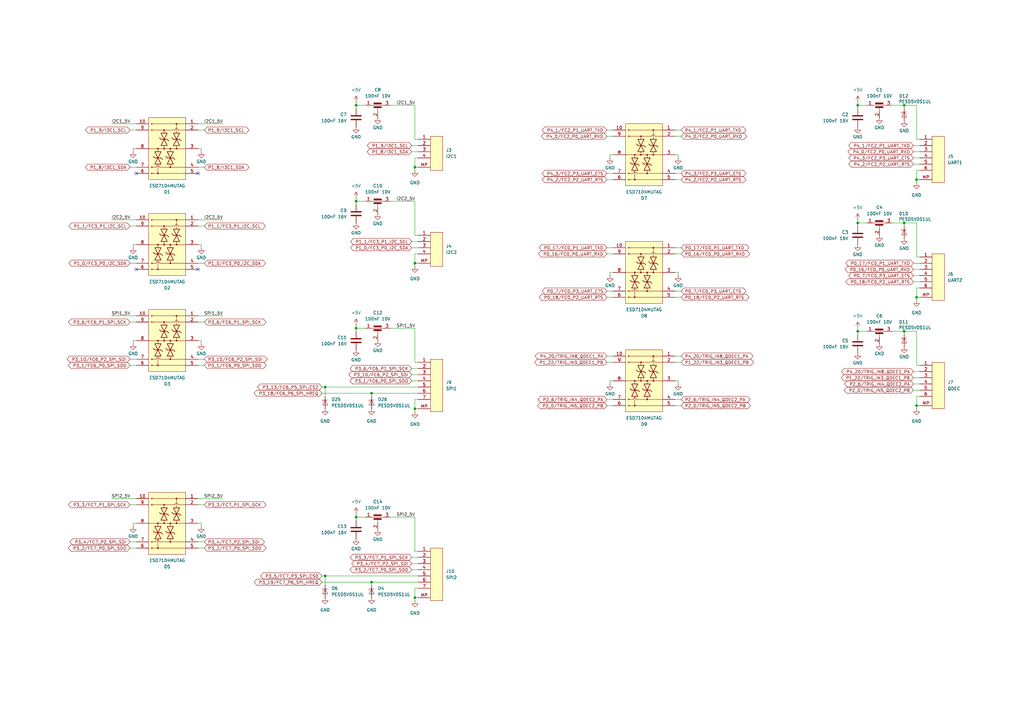
<source format=kicad_sch>
(kicad_sch (version 20250114) (generator "eeschema") (generator_version "9.0")
  (paper "A3")
  (title_block (title "MR-MCXN-T1-IO") (date "2025-10-13") (rev "X0") (company "NXP SEMICONDUCTORS B.V.") (comment 3 "DESIGNER: YOURI TILS") (comment 4 "CTO SYSTEM INNOVATIONS / MOBILE ROBOTICS DOMAIN"))
  (junction (at 351.79 91.44))
  (junction (at 375.92 166.37))
  (junction (at 146.05 43.18))
  (junction (at 370.84 135.89))
  (junction (at 370.84 91.44))
  (junction (at 370.84 43.18))
  (junction (at 170.18 167.64))
  (junction (at 351.79 135.89))
  (junction (at 170.18 245.11))
  (junction (at 170.18 107.95))
  (junction (at 146.05 212.09))
  (junction (at 351.79 43.18))
  (junction (at 375.92 73.66))
  (junction (at 152.4 238.76))
  (junction (at 133.35 158.75))
  (junction (at 170.18 68.58))
  (junction (at 146.05 82.55))
  (junction (at 146.05 134.62))
  (junction (at 152.4 161.29))
  (junction (at 375.92 121.92))
  (junction (at 133.35 236.22))
  (no_connect (at 55.88 110.49))
  (no_connect (at 81.28 110.49))
  (no_connect (at 55.88 71.12))
  (no_connect (at 81.28 71.12))
  (wire (pts (xy 146.05 81.28) (xy 146.05 82.55)))
  (wire (pts (xy 351.79 91.44) (xy 355.6 91.44)))
  (wire (pts (xy 83.82 147.32) (xy 81.28 147.32)))
  (wire (pts (xy 82.55 214.63) (xy 81.28 214.63)))
  (wire (pts (xy 375.92 167.64) (xy 375.92 166.37)))
  (wire (pts (xy 351.79 41.91) (xy 351.79 43.18)))
  (wire (pts (xy 375.92 74.93) (xy 375.92 73.66)))
  (wire (pts (xy 170.18 57.15) (xy 171.45 57.15)))
  (wire (pts (xy 170.18 69.85) (xy 170.18 68.58)))
  (wire (pts (xy 168.91 151.13) (xy 171.45 151.13)))
  (wire (pts (xy 278.13 156.21) (xy 278.13 157.48)))
  (wire (pts (xy 170.18 241.3) (xy 171.45 241.3)))
  (wire (pts (xy 170.18 68.58) (xy 171.45 68.58)))
  (wire (pts (xy 374.65 110.49) (xy 377.19 110.49)))
  (wire (pts (xy 81.28 50.8) (xy 91.44 50.8)))
  (wire (pts (xy 370.84 91.44) (xy 370.84 92.71)))
  (wire (pts (xy 81.28 204.47) (xy 91.44 204.47)))
  (wire (pts (xy 248.92 53.34) (xy 251.46 53.34)))
  (wire (pts (xy 365.76 91.44) (xy 370.84 91.44)))
  (wire (pts (xy 351.79 135.89) (xy 355.6 135.89)))
  (wire (pts (xy 375.92 118.11) (xy 377.19 118.11)))
  (wire (pts (xy 250.19 156.21) (xy 251.46 156.21)))
  (wire (pts (xy 53.34 224.79) (xy 55.88 224.79)))
  (wire (pts (xy 53.34 107.95) (xy 55.88 107.95)))
  (wire (pts (xy 132.08 158.75) (xy 133.35 158.75)))
  (wire (pts (xy 170.18 96.52) (xy 170.18 82.55)))
  (wire (pts (xy 133.35 236.22) (xy 171.45 236.22)))
  (wire (pts (xy 168.91 228.6) (xy 171.45 228.6)))
  (wire (pts (xy 146.05 82.55) (xy 146.05 83.82)))
  (wire (pts (xy 279.4 101.6) (xy 276.86 101.6)))
  (wire (pts (xy 370.84 135.89) (xy 370.84 137.16)))
  (wire (pts (xy 365.76 135.89) (xy 370.84 135.89)))
  (wire (pts (xy 250.19 111.76) (xy 251.46 111.76)))
  (wire (pts (xy 248.92 148.59) (xy 251.46 148.59)))
  (wire (pts (xy 146.05 43.18) (xy 146.05 44.45)))
  (wire (pts (xy 54.61 100.33) (xy 55.88 100.33)))
  (wire (pts (xy 375.92 69.85) (xy 377.19 69.85)))
  (wire (pts (xy 279.4 121.92) (xy 276.86 121.92)))
  (wire (pts (xy 132.08 161.29) (xy 152.4 161.29)))
  (wire (pts (xy 374.65 115.57) (xy 377.19 115.57)))
  (wire (pts (xy 168.91 231.14) (xy 171.45 231.14)))
  (wire (pts (xy 83.82 132.08) (xy 81.28 132.08)))
  (wire (pts (xy 351.79 90.17) (xy 351.79 91.44)))
  (wire (pts (xy 83.82 53.34) (xy 81.28 53.34)))
  (wire (pts (xy 279.4 146.05) (xy 276.86 146.05)))
  (wire (pts (xy 170.18 109.22) (xy 170.18 107.95)))
  (wire (pts (xy 53.34 207.01) (xy 55.88 207.01)))
  (wire (pts (xy 375.92 57.15) (xy 377.19 57.15)))
  (wire (pts (xy 250.19 63.5) (xy 250.19 64.77)))
  (wire (pts (xy 279.4 53.34) (xy 276.86 53.34)))
  (wire (pts (xy 279.4 55.88) (xy 276.86 55.88)))
  (wire (pts (xy 170.18 104.14) (xy 170.18 107.95)))
  (wire (pts (xy 278.13 111.76) (xy 276.86 111.76)))
  (wire (pts (xy 351.79 91.44) (xy 351.79 92.71)))
  (wire (pts (xy 82.55 100.33) (xy 82.55 101.6)))
  (wire (pts (xy 375.92 105.41) (xy 375.92 91.44)))
  (wire (pts (xy 82.55 100.33) (xy 81.28 100.33)))
  (wire (pts (xy 146.05 212.09) (xy 149.86 212.09)))
  (wire (pts (xy 133.35 240.03) (xy 133.35 236.22)))
  (wire (pts (xy 279.4 166.37) (xy 276.86 166.37)))
  (wire (pts (xy 132.08 236.22) (xy 133.35 236.22)))
  (wire (pts (xy 83.82 207.01) (xy 81.28 207.01)))
  (wire (pts (xy 133.35 158.75) (xy 133.35 162.56)))
  (wire (pts (xy 279.4 104.14) (xy 276.86 104.14)))
  (wire (pts (xy 82.55 60.96) (xy 82.55 62.23)))
  (wire (pts (xy 133.35 158.75) (xy 171.45 158.75)))
  (wire (pts (xy 250.19 63.5) (xy 251.46 63.5)))
  (wire (pts (xy 170.18 163.83) (xy 170.18 167.64)))
  (wire (pts (xy 168.91 153.67) (xy 171.45 153.67)))
  (wire (pts (xy 351.79 135.89) (xy 351.79 137.16)))
  (wire (pts (xy 374.65 113.03) (xy 377.19 113.03)))
  (wire (pts (xy 248.92 119.38) (xy 251.46 119.38)))
  (wire (pts (xy 171.45 59.69) (xy 168.91 59.69)))
  (wire (pts (xy 83.82 149.86) (xy 81.28 149.86)))
  (wire (pts (xy 160.02 134.62) (xy 170.18 134.62)))
  (wire (pts (xy 365.76 43.18) (xy 370.84 43.18)))
  (wire (pts (xy 170.18 148.59) (xy 171.45 148.59)))
  (wire (pts (xy 374.65 64.77) (xy 377.19 64.77)))
  (wire (pts (xy 170.18 57.15) (xy 170.18 43.18)))
  (wire (pts (xy 248.92 166.37) (xy 251.46 166.37)))
  (wire (pts (xy 374.65 59.69) (xy 377.19 59.69)))
  (wire (pts (xy 168.91 233.68) (xy 171.45 233.68)))
  (wire (pts (xy 374.65 107.95) (xy 377.19 107.95)))
  (wire (pts (xy 82.55 214.63) (xy 82.55 215.9)))
  (wire (pts (xy 351.79 134.62) (xy 351.79 135.89)))
  (wire (pts (xy 171.45 64.77) (xy 170.18 64.77)))
  (wire (pts (xy 81.28 129.54) (xy 91.44 129.54)))
  (wire (pts (xy 351.79 43.18) (xy 355.6 43.18)))
  (wire (pts (xy 83.82 92.71) (xy 81.28 92.71)))
  (wire (pts (xy 45.72 50.8) (xy 55.88 50.8)))
  (wire (pts (xy 279.4 119.38) (xy 276.86 119.38)))
  (wire (pts (xy 152.4 238.76) (xy 171.45 238.76)))
  (wire (pts (xy 375.92 121.92) (xy 377.19 121.92)))
  (wire (pts (xy 375.92 73.66) (xy 375.92 69.85)))
  (wire (pts (xy 248.92 71.12) (xy 251.46 71.12)))
  (wire (pts (xy 168.91 101.6) (xy 171.45 101.6)))
  (wire (pts (xy 370.84 91.44) (xy 375.92 91.44)))
  (wire (pts (xy 279.4 148.59) (xy 276.86 148.59)))
  (wire (pts (xy 82.55 139.7) (xy 82.55 140.97)))
  (wire (pts (xy 250.19 156.21) (xy 250.19 157.48)))
  (wire (pts (xy 375.92 166.37) (xy 377.19 166.37)))
  (wire (pts (xy 54.61 214.63) (xy 55.88 214.63)))
  (wire (pts (xy 248.92 163.83) (xy 251.46 163.83)))
  (wire (pts (xy 45.72 90.17) (xy 55.88 90.17)))
  (wire (pts (xy 375.92 149.86) (xy 375.92 135.89)))
  (wire (pts (xy 374.65 160.02) (xy 377.19 160.02)))
  (wire (pts (xy 351.79 43.18) (xy 351.79 44.45)))
  (wire (pts (xy 278.13 156.21) (xy 276.86 156.21)))
  (wire (pts (xy 53.34 149.86) (xy 55.88 149.86)))
  (wire (pts (xy 278.13 111.76) (xy 278.13 113.03)))
  (wire (pts (xy 81.28 107.95) (xy 83.82 107.95)))
  (wire (pts (xy 279.4 71.12) (xy 276.86 71.12)))
  (wire (pts (xy 375.92 105.41) (xy 377.19 105.41)))
  (wire (pts (xy 132.08 238.76) (xy 152.4 238.76)))
  (wire (pts (xy 278.13 63.5) (xy 278.13 64.77)))
  (wire (pts (xy 248.92 121.92) (xy 251.46 121.92)))
  (wire (pts (xy 53.34 92.71) (xy 55.88 92.71)))
  (wire (pts (xy 278.13 63.5) (xy 276.86 63.5)))
  (wire (pts (xy 170.18 226.06) (xy 170.18 212.09)))
  (wire (pts (xy 170.18 148.59) (xy 170.18 134.62)))
  (wire (pts (xy 146.05 43.18) (xy 149.86 43.18)))
  (wire (pts (xy 374.65 67.31) (xy 377.19 67.31)))
  (wire (pts (xy 248.92 55.88) (xy 251.46 55.88)))
  (wire (pts (xy 170.18 167.64) (xy 171.45 167.64)))
  (wire (pts (xy 81.28 90.17) (xy 91.44 90.17)))
  (wire (pts (xy 45.72 204.47) (xy 55.88 204.47)))
  (wire (pts (xy 53.34 132.08) (xy 55.88 132.08)))
  (wire (pts (xy 53.34 68.58) (xy 55.88 68.58)))
  (wire (pts (xy 152.4 161.29) (xy 152.4 162.56)))
  (wire (pts (xy 170.18 163.83) (xy 171.45 163.83)))
  (wire (pts (xy 53.34 147.32) (xy 55.88 147.32)))
  (wire (pts (xy 370.84 43.18) (xy 375.92 43.18)))
  (wire (pts (xy 375.92 121.92) (xy 375.92 118.11)))
  (wire (pts (xy 54.61 100.33) (xy 54.61 101.6)))
  (wire (pts (xy 248.92 101.6) (xy 251.46 101.6)))
  (wire (pts (xy 375.92 149.86) (xy 377.19 149.86)))
  (wire (pts (xy 374.65 152.4) (xy 377.19 152.4)))
  (wire (pts (xy 170.18 96.52) (xy 171.45 96.52)))
  (wire (pts (xy 370.84 135.89) (xy 375.92 135.89)))
  (wire (pts (xy 146.05 212.09) (xy 146.05 213.36)))
  (wire (pts (xy 279.4 163.83) (xy 276.86 163.83)))
  (wire (pts (xy 146.05 41.91) (xy 146.05 43.18)))
  (wire (pts (xy 374.65 154.94) (xy 377.19 154.94)))
  (wire (pts (xy 170.18 64.77) (xy 170.18 68.58)))
  (wire (pts (xy 54.61 60.96) (xy 54.61 62.23)))
  (wire (pts (xy 54.61 139.7) (xy 55.88 139.7)))
  (wire (pts (xy 374.65 157.48) (xy 377.19 157.48)))
  (wire (pts (xy 250.19 111.76) (xy 250.19 113.03)))
  (wire (pts (xy 279.4 73.66) (xy 276.86 73.66)))
  (wire (pts (xy 248.92 73.66) (xy 251.46 73.66)))
  (wire (pts (xy 146.05 82.55) (xy 149.86 82.55)))
  (wire (pts (xy 152.4 161.29) (xy 171.45 161.29)))
  (wire (pts (xy 82.55 139.7) (xy 81.28 139.7)))
  (wire (pts (xy 146.05 210.82) (xy 146.05 212.09)))
  (wire (pts (xy 170.18 107.95) (xy 171.45 107.95)))
  (wire (pts (xy 53.34 53.34) (xy 55.88 53.34)))
  (wire (pts (xy 45.72 129.54) (xy 55.88 129.54)))
  (wire (pts (xy 146.05 134.62) (xy 146.05 135.89)))
  (wire (pts (xy 54.61 139.7) (xy 54.61 140.97)))
  (wire (pts (xy 83.82 224.79) (xy 81.28 224.79)))
  (wire (pts (xy 375.92 123.19) (xy 375.92 121.92)))
  (wire (pts (xy 170.18 241.3) (xy 170.18 245.11)))
  (wire (pts (xy 170.18 245.11) (xy 171.45 245.11)))
  (wire (pts (xy 170.18 168.91) (xy 170.18 167.64)))
  (wire (pts (xy 160.02 43.18) (xy 170.18 43.18)))
  (wire (pts (xy 83.82 222.25) (xy 81.28 222.25)))
  (wire (pts (xy 370.84 43.18) (xy 370.84 44.45)))
  (wire (pts (xy 170.18 246.38) (xy 170.18 245.11)))
  (wire (pts (xy 146.05 134.62) (xy 149.86 134.62)))
  (wire (pts (xy 375.92 162.56) (xy 377.19 162.56)))
  (wire (pts (xy 171.45 104.14) (xy 170.18 104.14)))
  (wire (pts (xy 170.18 226.06) (xy 171.45 226.06)))
  (wire (pts (xy 54.61 60.96) (xy 55.88 60.96)))
  (wire (pts (xy 168.91 62.23) (xy 171.45 62.23)))
  (wire (pts (xy 82.55 60.96) (xy 81.28 60.96)))
  (wire (pts (xy 160.02 82.55) (xy 170.18 82.55)))
  (wire (pts (xy 168.91 99.06) (xy 171.45 99.06)))
  (wire (pts (xy 160.02 212.09) (xy 170.18 212.09)))
  (wire (pts (xy 152.4 238.76) (xy 152.4 240.03)))
  (wire (pts (xy 54.61 214.63) (xy 54.61 215.9)))
  (wire (pts (xy 81.28 68.58) (xy 83.82 68.58)))
  (wire (pts (xy 375.92 166.37) (xy 375.92 162.56)))
  (wire (pts (xy 248.92 146.05) (xy 251.46 146.05)))
  (wire (pts (xy 146.05 133.35) (xy 146.05 134.62)))
  (wire (pts (xy 248.92 104.14) (xy 251.46 104.14)))
  (wire (pts (xy 53.34 222.25) (xy 55.88 222.25)))
  (wire (pts (xy 375.92 73.66) (xy 377.19 73.66)))
  (wire (pts (xy 374.65 62.23) (xy 377.19 62.23)))
  (wire (pts (xy 168.91 156.21) (xy 171.45 156.21)))
  (wire (pts (xy 375.92 57.15) (xy 375.92 43.18)))
  (label "SPI2_5V" (at 45.72 204.47 0))
  (label "I2C2_5V" (at 91.44 90.17 180))
  (label "SPI2_5V" (at 91.44 204.47 180))
  (label "SPI2_5V" (at 162.56 212.09 0))
  (label "I2C1_5V" (at 91.44 50.8 180))
  (label "SPI1_5V" (at 162.56 134.62 0))
  (label "I2C1_5V" (at 45.72 50.8 0))
  (label "SPI1_5V" (at 45.72 129.54 0))
  (label "I2C2_5V" (at 45.72 90.17 0))
  (label "I2C2_5V" (at 162.56 82.55 0))
  (label "I2C1_5V" (at 162.56 43.18 0))
  (label "SPI1_5V" (at 91.44 129.54 180))
  (global_label "P2_6{slash}TRIG_IN4_QDEC2_PA" (shape bidirectional) (at 248.92 163.83 180) (property "Intersheetrefs" "${INTERSHEET_REFS}" (at 220.0888 163.83 0) (effects (justify right))))
  (global_label "P0_18{slash}FC0_P2_UART_RTS" (shape bidirectional) (at 374.65 115.57 180) (property "Intersheetrefs" "${INTERSHEET_REFS}" (at 346.3027 115.57 0) (effects (justify right))))
  (global_label "P1_1{slash}FC3_P1_I2C_SCL" (shape bidirectional) (at 168.91 99.06 180) (property "Intersheetrefs" "${INTERSHEET_REFS}" (at 143.2236 99.06 0) (effects (justify right))))
  (global_label "P0_7{slash}FC0_P3_UART_CTS" (shape bidirectional) (at 374.65 113.03 180) (property "Intersheetrefs" "${INTERSHEET_REFS}" (at 347.5122 113.03 0) (effects (justify right))))
  (global_label "P1_0{slash}FC3_P0_I2C_SDA" (shape bidirectional) (at 83.82 107.95 0) (property "Intersheetrefs" "${INTERSHEET_REFS}" (at 109.4459 107.95 0) (effects (justify left))))
  (global_label "P2_0{slash}TRIG_IN5_QDEC2_PB" (shape bidirectional) (at 374.65 160.02 180) (property "Intersheetrefs" "${INTERSHEET_REFS}" (at 345.6374 160.02 0) (effects (justify right))))
  (global_label "P4_0{slash}FC2_P0_UART_RXD" (shape bidirectional) (at 248.92 55.88 180) (property "Intersheetrefs" "${INTERSHEET_REFS}" (at 221.4798 55.88 0) (effects (justify right))))
  (global_label "P0_16{slash}FC0_P0_UART_RXD" (shape bidirectional) (at 374.65 110.49 180) (property "Intersheetrefs" "${INTERSHEET_REFS}" (at 346.0003 110.49 0) (effects (justify right))))
  (global_label "P1_9{slash}I3C1_SCL" (shape bidirectional) (at 83.82 53.34 0) (property "Intersheetrefs" "${INTERSHEET_REFS}" (at 102.7331 53.34 0) (effects (justify left))))
  (global_label "P1_0{slash}FC3_P0_I2C_SDA" (shape bidirectional) (at 168.91 101.6 180) (property "Intersheetrefs" "${INTERSHEET_REFS}" (at 143.2841 101.6 0) (effects (justify right))))
  (global_label "P3_3{slash}FC7_P1_SPI_SCK" (shape bidirectional) (at 168.91 228.6 180) (property "Intersheetrefs" "${INTERSHEET_REFS}" (at 143.0422 228.6 0) (effects (justify right))))
  (global_label "P4_3{slash}FC2_P3_UART_CTS" (shape bidirectional) (at 279.4 71.12 0) (property "Intersheetrefs" "${INTERSHEET_REFS}" (at 306.5378 71.12 0) (effects (justify left))))
  (global_label "P3_18{slash}FC6_P6_SPI_HREQ" (shape bidirectional) (at 132.08 161.29 180) (property "Intersheetrefs" "${INTERSHEET_REFS}" (at 103.6722 161.29 0) (effects (justify right))))
  (global_label "P1_9{slash}I3C1_SCL" (shape bidirectional) (at 168.91 59.69 180) (property "Intersheetrefs" "${INTERSHEET_REFS}" (at 149.9969 59.69 0) (effects (justify right))))
  (global_label "P0_7{slash}FC0_P3_UART_CTS" (shape bidirectional) (at 279.4 119.38 0) (property "Intersheetrefs" "${INTERSHEET_REFS}" (at 306.5378 119.38 0) (effects (justify left))))
  (global_label "P3_10{slash}FC6_P2_SPI_SDI" (shape bidirectional) (at 168.91 153.67 180) (property "Intersheetrefs" "${INTERSHEET_REFS}" (at 142.4979 153.67 0) (effects (justify right))))
  (global_label "P1_9{slash}I3C1_SCL" (shape bidirectional) (at 53.34 53.34 180) (property "Intersheetrefs" "${INTERSHEET_REFS}" (at 34.4269 53.34 0) (effects (justify right))))
  (global_label "P4_0{slash}FC2_P0_UART_RXD" (shape bidirectional) (at 279.4 55.88 0) (property "Intersheetrefs" "${INTERSHEET_REFS}" (at 306.8402 55.88 0) (effects (justify left))))
  (global_label "P1_22{slash}TRIG_IN3_QDEC1_PB" (shape bidirectional) (at 248.92 148.59 180) (property "Intersheetrefs" "${INTERSHEET_REFS}" (at 218.6979 148.59 0) (effects (justify right))))
  (global_label "P0_16{slash}FC0_P0_UART_RXD" (shape bidirectional) (at 248.92 104.14 180) (property "Intersheetrefs" "${INTERSHEET_REFS}" (at 220.2703 104.14 0) (effects (justify right))))
  (global_label "P1_22{slash}TRIG_IN3_QDEC1_PB" (shape bidirectional) (at 279.4 148.59 0) (property "Intersheetrefs" "${INTERSHEET_REFS}" (at 309.6221 148.59 0) (effects (justify left))))
  (global_label "P1_0{slash}FC3_P0_I2C_SDA" (shape bidirectional) (at 53.34 107.95 180) (property "Intersheetrefs" "${INTERSHEET_REFS}" (at 27.7141 107.95 0) (effects (justify right))))
  (global_label "P0_7{slash}FC0_P3_UART_CTS" (shape bidirectional) (at 248.92 119.38 180) (property "Intersheetrefs" "${INTERSHEET_REFS}" (at 221.7822 119.38 0) (effects (justify right))))
  (global_label "P4_2{slash}FC2_P2_UART_RTS" (shape bidirectional) (at 248.92 73.66 180) (property "Intersheetrefs" "${INTERSHEET_REFS}" (at 221.7822 73.66 0) (effects (justify right))))
  (global_label "P3_1{slash}FC6_P0_SPI_SDO" (shape bidirectional) (at 53.34 149.86 180) (property "Intersheetrefs" "${INTERSHEET_REFS}" (at 27.4117 149.86 0) (effects (justify right))))
  (global_label "P3_3{slash}FC7_P1_SPI_SCK" (shape bidirectional) (at 83.82 207.01 0) (property "Intersheetrefs" "${INTERSHEET_REFS}" (at 109.6878 207.01 0) (effects (justify left))))
  (global_label "P3_13{slash}FC6_P5_SPI_CS2" (shape bidirectional) (at 132.08 158.75 180) (property "Intersheetrefs" "${INTERSHEET_REFS}" (at 105.0632 158.75 0) (effects (justify right))))
  (global_label "P3_2{slash}FC7_P0_SPI_SDO" (shape bidirectional) (at 53.34 224.79 180) (property "Intersheetrefs" "${INTERSHEET_REFS}" (at 27.4117 224.79 0) (effects (justify right))))
  (global_label "P3_1{slash}FC6_P0_SPI_SDO" (shape bidirectional) (at 168.91 156.21 180) (property "Intersheetrefs" "${INTERSHEET_REFS}" (at 142.9817 156.21 0) (effects (justify right))))
  (global_label "P2_0{slash}TRIG_IN5_QDEC2_PB" (shape bidirectional) (at 248.92 166.37 180) (property "Intersheetrefs" "${INTERSHEET_REFS}" (at 219.9074 166.37 0) (effects (justify right))))
  (global_label "P1_1{slash}FC3_P1_I2C_SCL" (shape bidirectional) (at 53.34 92.71 180) (property "Intersheetrefs" "${INTERSHEET_REFS}" (at 27.6536 92.71 0) (effects (justify right))))
  (global_label "P3_6{slash}FC6_P1_SPI_SCK" (shape bidirectional) (at 83.82 132.08 0) (property "Intersheetrefs" "${INTERSHEET_REFS}" (at 109.6878 132.08 0) (effects (justify left))))
  (global_label "P0_16{slash}FC0_P0_UART_RXD" (shape bidirectional) (at 279.4 104.14 0) (property "Intersheetrefs" "${INTERSHEET_REFS}" (at 308.0497 104.14 0) (effects (justify left))))
  (global_label "P0_17{slash}FC0_P1_UART_TXD" (shape bidirectional) (at 279.4 101.6 0) (property "Intersheetrefs" "${INTERSHEET_REFS}" (at 307.7473 101.6 0) (effects (justify left))))
  (global_label "P3_3{slash}FC7_P1_SPI_SCK" (shape bidirectional) (at 53.34 207.01 180) (property "Intersheetrefs" "${INTERSHEET_REFS}" (at 27.4722 207.01 0) (effects (justify right))))
  (global_label "P4_1{slash}FC2_P1_UART_TXD" (shape bidirectional) (at 374.65 59.69 180) (property "Intersheetrefs" "${INTERSHEET_REFS}" (at 347.5122 59.69 0) (effects (justify right))))
  (global_label "P3_6{slash}FC6_P1_SPI_SCK" (shape bidirectional) (at 53.34 132.08 180) (property "Intersheetrefs" "${INTERSHEET_REFS}" (at 27.4722 132.08 0) (effects (justify right))))
  (global_label "P4_3{slash}FC2_P3_UART_CTS" (shape bidirectional) (at 374.65 64.77 180) (property "Intersheetrefs" "${INTERSHEET_REFS}" (at 347.5122 64.77 0) (effects (justify right))))
  (global_label "P3_19{slash}FC7_P6_SPI_HREQ" (shape bidirectional) (at 132.08 238.76 180) (property "Intersheetrefs" "${INTERSHEET_REFS}" (at 103.6722 238.76 0) (effects (justify right))))
  (global_label "P4_3{slash}FC2_P3_UART_CTS" (shape bidirectional) (at 248.92 71.12 180) (property "Intersheetrefs" "${INTERSHEET_REFS}" (at 221.7822 71.12 0) (effects (justify right))))
  (global_label "P3_2{slash}FC7_P0_SPI_SDO" (shape bidirectional) (at 83.82 224.79 0) (property "Intersheetrefs" "${INTERSHEET_REFS}" (at 109.7483 224.79 0) (effects (justify left))))
  (global_label "P4_2{slash}FC2_P2_UART_RTS" (shape bidirectional) (at 279.4 73.66 0) (property "Intersheetrefs" "${INTERSHEET_REFS}" (at 306.5378 73.66 0) (effects (justify left))))
  (global_label "P4_20{slash}TRIG_IN8_QDEC1_PA" (shape bidirectional) (at 248.92 146.05 180) (property "Intersheetrefs" "${INTERSHEET_REFS}" (at 218.8793 146.05 0) (effects (justify right))))
  (global_label "P4_2{slash}FC2_P2_UART_RTS" (shape bidirectional) (at 374.65 67.31 180) (property "Intersheetrefs" "${INTERSHEET_REFS}" (at 347.5122 67.31 0) (effects (justify right))))
  (global_label "P2_6{slash}TRIG_IN4_QDEC2_PA" (shape bidirectional) (at 279.4 163.83 0) (property "Intersheetrefs" "${INTERSHEET_REFS}" (at 308.2312 163.83 0) (effects (justify left))))
  (global_label "P3_2{slash}FC7_P0_SPI_SDO" (shape bidirectional) (at 168.91 233.68 180) (property "Intersheetrefs" "${INTERSHEET_REFS}" (at 142.9817 233.68 0) (effects (justify right))))
  (global_label "P3_4{slash}FC7_P2_SPI_SDI" (shape bidirectional) (at 83.82 222.25 0) (property "Intersheetrefs" "${INTERSHEET_REFS}" (at 109.0226 222.25 0) (effects (justify left))))
  (global_label "P1_8{slash}I3C1_SDA" (shape bidirectional) (at 83.82 68.58 0) (property "Intersheetrefs" "${INTERSHEET_REFS}" (at 102.6726 68.58 0) (effects (justify left))))
  (global_label "P0_18{slash}FC0_P2_UART_RTS" (shape bidirectional) (at 279.4 121.92 0) (property "Intersheetrefs" "${INTERSHEET_REFS}" (at 307.7473 121.92 0) (effects (justify left))))
  (global_label "P1_22{slash}TRIG_IN3_QDEC1_PB" (shape bidirectional) (at 374.65 154.94 180) (property "Intersheetrefs" "${INTERSHEET_REFS}" (at 344.4279 154.94 0) (effects (justify right))))
  (global_label "P4_0{slash}FC2_P0_UART_RXD" (shape bidirectional) (at 374.65 62.23 180) (property "Intersheetrefs" "${INTERSHEET_REFS}" (at 347.2098 62.23 0) (effects (justify right))))
  (global_label "P1_8{slash}I3C1_SDA" (shape bidirectional) (at 53.34 68.58 180) (property "Intersheetrefs" "${INTERSHEET_REFS}" (at 34.4874 68.58 0) (effects (justify right))))
  (global_label "P4_1{slash}FC2_P1_UART_TXD" (shape bidirectional) (at 248.92 53.34 180) (property "Intersheetrefs" "${INTERSHEET_REFS}" (at 221.7822 53.34 0) (effects (justify right))))
  (global_label "P3_4{slash}FC7_P2_SPI_SDI" (shape bidirectional) (at 53.34 222.25 180) (property "Intersheetrefs" "${INTERSHEET_REFS}" (at 28.1374 222.25 0) (effects (justify right))))
  (global_label "P4_1{slash}FC2_P1_UART_TXD" (shape bidirectional) (at 279.4 53.34 0) (property "Intersheetrefs" "${INTERSHEET_REFS}" (at 306.5378 53.34 0) (effects (justify left))))
  (global_label "P0_17{slash}FC0_P1_UART_TXD" (shape bidirectional) (at 374.65 107.95 180) (property "Intersheetrefs" "${INTERSHEET_REFS}" (at 346.3027 107.95 0) (effects (justify right))))
  (global_label "P4_20{slash}TRIG_IN8_QDEC1_PA" (shape bidirectional) (at 279.4 146.05 0) (property "Intersheetrefs" "${INTERSHEET_REFS}" (at 309.4407 146.05 0) (effects (justify left))))
  (global_label "P2_0{slash}TRIG_IN5_QDEC2_PB" (shape bidirectional) (at 279.4 166.37 0) (property "Intersheetrefs" "${INTERSHEET_REFS}" (at 308.4126 166.37 0) (effects (justify left))))
  (global_label "P1_1{slash}FC3_P1_I2C_SCL" (shape bidirectional) (at 83.82 92.71 0) (property "Intersheetrefs" "${INTERSHEET_REFS}" (at 109.5064 92.71 0) (effects (justify left))))
  (global_label "P2_6{slash}TRIG_IN4_QDEC2_PA" (shape bidirectional) (at 374.65 157.48 180) (property "Intersheetrefs" "${INTERSHEET_REFS}" (at 345.8188 157.48 0) (effects (justify right))))
  (global_label "P4_20{slash}TRIG_IN8_QDEC1_PA" (shape bidirectional) (at 374.65 152.4 180) (property "Intersheetrefs" "${INTERSHEET_REFS}" (at 344.6093 152.4 0) (effects (justify right))))
  (global_label "P0_18{slash}FC0_P2_UART_RTS" (shape bidirectional) (at 248.92 121.92 180) (property "Intersheetrefs" "${INTERSHEET_REFS}" (at 220.5727 121.92 0) (effects (justify right))))
  (global_label "P1_8{slash}I3C1_SDA" (shape bidirectional) (at 168.91 62.23 180) (property "Intersheetrefs" "${INTERSHEET_REFS}" (at 150.0574 62.23 0) (effects (justify right))))
  (global_label "P0_17{slash}FC0_P1_UART_TXD" (shape bidirectional) (at 248.92 101.6 180) (property "Intersheetrefs" "${INTERSHEET_REFS}" (at 220.5727 101.6 0) (effects (justify right))))
  (global_label "P3_10{slash}FC6_P2_SPI_SDI" (shape bidirectional) (at 83.82 147.32 0) (property "Intersheetrefs" "${INTERSHEET_REFS}" (at 110.2321 147.32 0) (effects (justify left))))
  (global_label "P3_10{slash}FC6_P2_SPI_SDI" (shape bidirectional) (at 53.34 147.32 180) (property "Intersheetrefs" "${INTERSHEET_REFS}" (at 26.9279 147.32 0) (effects (justify right))))
  (global_label "P3_1{slash}FC6_P0_SPI_SDO" (shape bidirectional) (at 83.82 149.86 0) (property "Intersheetrefs" "${INTERSHEET_REFS}" (at 109.7483 149.86 0) (effects (justify left))))
  (global_label "P3_4{slash}FC7_P2_SPI_SDI" (shape bidirectional) (at 168.91 231.14 180) (property "Intersheetrefs" "${INTERSHEET_REFS}" (at 143.7074 231.14 0) (effects (justify right))))
  (global_label "P3_6{slash}FC6_P1_SPI_SCK" (shape bidirectional) (at 168.91 151.13 180) (property "Intersheetrefs" "${INTERSHEET_REFS}" (at 143.0422 151.13 0) (effects (justify right))))
  (global_label "P3_5{slash}FC7_P3_SPI_CS0" (shape bidirectional) (at 132.08 236.22 180) (property "Intersheetrefs" "${INTERSHEET_REFS}" (at 106.2727 236.22 0) (effects (justify right))))
  (symbol (lib_id "power:GND") (at 54.61 62.23 0) (mirror y) (unit 1)
    (property "Reference" "#PWR047" (effects (hide yes)))
    (property "Value" "GND" (at 54.61 66.294 0))
    (property "Description" "Power symbol creates a global label with name \"GND\" , ground" (effects (hide yes)))
  )
  (symbol (lib_name "ESD7104MUTAG_1") (lib_id "TVS:ESD7104MUTAG") (at 55.88 110.49 0) (mirror x) (unit 1)
    (property "Reference" "D2" (at 68.58 118.11 0))
    (property "Value" "ESD7104MUTAG" (at 68.58 115.57 0))
    (property "Footprint" "TVS:ESD8104MUTAG" (effects (hide yes)))
    (property "Datasheet" "https://www.onsemi.com/pub/Collateral/ESD7104-D.PDF" (effects (hide yes)))
    (property "Description" "SZESD7104MTWTAG Wettable Flank Package; Low ESD Clamping Voltage; SZ Prefix for Automotive and Other Applications Requiring Unique Site and Control Change Requirements; AECQ101 Qualified and PPAP Capable; These Devices are PbFree, Halogen Free/BFR Free and are RoHS Compliant; Low Capacitance (0.3 pF Typical, I/O to GND); IEC6100042 (ESD): Level 4" (effects (hide yes)))
    (property "MF" "onsemi" (effects (hide yes)))
    (property "MFPN" "ESD7104MUTAG" (effects (hide yes)))
    (property "DigiKey" "ESD7104MUTAGOSCT-ND" (effects (hide yes)))
  )
  (symbol (lib_id "power:GND") (at 54.61 140.97 0) (mirror y) (unit 1)
    (property "Reference" "#PWR060" (effects (hide yes)))
    (property "Value" "GND" (at 54.61 145.034 0))
    (property "Description" "Power symbol creates a global label with name \"GND\" , ground" (effects (hide yes)))
  )
  (symbol (lib_id "Capacitors:NFM15PC104R1A3D") (at 149.86 43.18 0) (unit 1)
    (property "Reference" "C8" (at 154.94 36.83 0))
    (property "Value" "100nF 10V" (at 154.94 39.37 0))
    (property "Footprint" "Capacitors:FIL_NFM15PC104R1A3D" (effects (hide yes)))
    (property "Datasheet" "https://search.murata.co.jp/Ceramy/image/img/A01X/G101/ENG/NFM15PC104R1A3-01.pdf" (effects (hide yes)))
    (property "Description" "0.1 µF Feed Through Capacitor 10V 2 A 30mOhm 0402 (1005 Metric), 3 PC Pad" (effects (hide yes)))
    (property "MF" "Murata Electronics" (effects (hide yes)))
    (property "MFPN" "NFM15PC104R1A3D" (effects (hide yes)))
    (property "DigiKey" "490-17918-1-ND" (effects (hide yes)))
  )
  (symbol (lib_id "power:GND") (at 152.4 167.64 0) (mirror y) (unit 1)
    (property "Reference" "#PWR071" (effects (hide yes)))
    (property "Value" "GND" (at 152.4 172.72 0))
    (property "Description" "Power symbol creates a global label with name \"GND\" , ground" (effects (hide yes)))
  )
  (symbol (lib_id "power:GND") (at 351.79 144.78 0) (mirror y) (unit 1)
    (property "Reference" "#PWR0113" (effects (hide yes)))
    (property "Value" "GND" (at 351.79 148.844 0))
    (property "Description" "Power symbol creates a global label with name \"GND\" , ground" (effects (hide yes)))
  )
  (symbol (lib_id "power:GND") (at 133.35 167.64 0) (mirror y) (unit 1)
    (property "Reference" "#PWR070" (effects (hide yes)))
    (property "Value" "GND" (at 133.35 172.72 0))
    (property "Description" "Power symbol creates a global label with name \"GND\" , ground" (effects (hide yes)))
  )
  (symbol (lib_id "Connectors:JST_GH_SM06B-GHS-TB") (at 377.19 57.15 0) (unit 1)
    (property "Reference" "J5" (at 388.62 64.1349 0) (effects (justify left)))
    (property "Value" "UART1" (at 388.62 66.6749 0) (effects (justify left)))
    (property "Footprint" "Connector_JST:JST_GH_BM06B-GHS-TBT_1x06-1MP_P1.25mm_Vertical" (effects (hide yes)))
    (property "Datasheet" "https://www.jst-mfg.com/product/pdf/eng/eGH.pdf" (effects (hide yes)))
    (property "Description" "Connector Header Surface Mount, Right Angle 6 position 0.049\" (1.25mm)" (effects (hide yes)))
    (property "MF" "JST Sales America Inc." (effects (hide yes)))
    (property "MFPN" "BM06B-GHS-TBT" (effects (hide yes)))
    (property "DigiKey" "455-BM06B-GHS-TBTCT-ND" (effects (hide yes)))
  )
  (symbol (lib_id "TVS:PESD5V0S1UL") (at 133.35 240.03 270) (unit 1)
    (property "Reference" "D6" (at 135.89 241.2999 90) (effects (justify left)))
    (property "Value" "PESD5V0S1UL" (at 135.89 243.8399 90) (effects (justify left)))
    (property "Footprint" "TVS:PESD5V0S1ULD315" (effects (hide yes)))
    (property "Datasheet" "https://assets.nexperia.com/documents/data-sheet/PESD5V0S1UL.pdf" (effects (hide yes)))
    (property "Description" "TVS DIODE 5VWM 20VC DFN1006-2" (effects (hide yes)))
    (property "MF" "Nexperia USA Inc." (effects (hide yes)))
    (property "MFPN" "PESD5V0S1UL,315" (effects (hide yes)))
    (property "DigiKey" "1727-4189-1-ND" (effects (hide yes)))
  )
  (symbol (lib_name "ESD7104MUTAG_8") (lib_id "TVS:ESD7104MUTAG") (at 251.46 166.37 0) (mirror x) (unit 1)
    (property "Reference" "D9" (at 264.16 173.99 0))
    (property "Value" "ESD7104MUTAG" (at 264.16 171.45 0))
    (property "Footprint" "TVS:ESD8104MUTAG" (effects (hide yes)))
    (property "Datasheet" "https://www.onsemi.com/pub/Collateral/ESD7104-D.PDF" (effects (hide yes)))
    (property "Description" "SZESD7104MTWTAG Wettable Flank Package; Low ESD Clamping Voltage; SZ Prefix for Automotive and Other Applications Requiring Unique Site and Control Change Requirements; AECQ101 Qualified and PPAP Capable; These Devices are PbFree, Halogen Free/BFR Free and are RoHS Compliant; Low Capacitance (0.3 pF Typical, I/O to GND); IEC6100042 (ESD): Level 4" (effects (hide yes)))
    (property "MF" "onsemi" (effects (hide yes)))
    (property "MFPN" "ESD7104MUTAG" (effects (hide yes)))
    (property "DigiKey" "ESD7104MUTAGOSCT-ND" (effects (hide yes)))
  )
  (symbol (lib_id "power:GND") (at 154.94 217.17 0) (mirror y) (unit 1)
    (property "Reference" "#PWR0126" (effects (hide yes)))
    (property "Value" "GND" (at 154.94 221.234 0))
    (property "Description" "Power symbol creates a global label with name \"GND\" , ground" (effects (hide yes)))
  )
  (symbol (lib_id "Capacitors:GRM155R71C104KA88J") (at 351.79 96.52 0) (mirror y) (unit 1)
    (property "Reference" "C3" (at 347.98 95.2499 0) (effects (justify left)))
    (property "Value" "100nF 16V" (at 347.98 97.7899 0) (effects (justify left)))
    (property "Footprint" "Capacitor_SMD:C_0402_1005Metric" (effects (hide yes)))
    (property "Datasheet" "https://search.murata.co.jp/Ceramy/image/img/A01X/G101/ENG/GRM155R71C104KA88-01.pdf" (effects (hide yes)))
    (property "Description" "CAP CER 0.1UF 16V X7R 0402" (effects (hide yes)))
    (property "MF" "Murata Electronics" (effects (hide yes)))
    (property "MFPN" "GRM155R71C104KA88J" (effects (hide yes)))
    (property "DigiKey" "490-6328-1-ND" (effects (hide yes)))
  )
  (symbol (lib_id "Capacitors:GRM155R71C104KA88J") (at 146.05 48.26 0) (mirror y) (unit 1)
    (property "Reference" "C7" (at 142.24 46.9899 0) (effects (justify left)))
    (property "Value" "100nF 16V" (at 142.24 49.5299 0) (effects (justify left)))
    (property "Footprint" "Capacitor_SMD:C_0402_1005Metric" (effects (hide yes)))
    (property "Datasheet" "https://search.murata.co.jp/Ceramy/image/img/A01X/G101/ENG/GRM155R71C104KA88-01.pdf" (effects (hide yes)))
    (property "Description" "CAP CER 0.1UF 16V X7R 0402" (effects (hide yes)))
    (property "MF" "Murata Electronics" (effects (hide yes)))
    (property "MFPN" "GRM155R71C104KA88J" (effects (hide yes)))
    (property "DigiKey" "490-6328-1-ND" (effects (hide yes)))
  )
  (symbol (lib_id "power:GND") (at 170.18 168.91 0) (mirror y) (unit 1)
    (property "Reference" "#PWR059" (effects (hide yes)))
    (property "Value" "GND" (at 170.18 173.99 0))
    (property "Description" "Power symbol creates a global label with name \"GND\" , ground" (effects (hide yes)))
  )
  (symbol (lib_id "power:+5V") (at 351.79 134.62 0) (mirror y) (unit 1)
    (property "Reference" "#PWR0112" (effects (hide yes)))
    (property "Value" "+5V" (at 351.79 129.54 0))
    (property "Description" "Power symbol creates a global label with name \"+5V\"" (effects (hide yes)))
  )
  (symbol (lib_id "power:GND") (at 146.05 220.98 0) (mirror y) (unit 1)
    (property "Reference" "#PWR0125" (effects (hide yes)))
    (property "Value" "GND" (at 146.05 225.044 0))
    (property "Description" "Power symbol creates a global label with name \"GND\" , ground" (effects (hide yes)))
  )
  (symbol (lib_id "Connectors:JST_GH_SM04B-GHS-TB") (at 171.45 96.52 0) (unit 1)
    (property "Reference" "J4" (at 182.88 100.9649 0) (effects (justify left)))
    (property "Value" "I2C2" (at 182.88 103.5049 0) (effects (justify left)))
    (property "Footprint" "Connector_JST:JST_GH_BM04B-GHS-TBT_1x04-1MP_P1.25mm_Vertical" (effects (hide yes)))
    (property "Datasheet" "https://www.jst-mfg.com/product/pdf/eng/eGH.pdf" (effects (hide yes)))
    (property "Description" "Connector Header Surface Mount, Right Angle 4 position 0.049\" (1.25mm)" (effects (hide yes)))
    (property "MF" "JST Sales America Inc." (effects (hide yes)))
    (property "MFPN" "BM04B-GHS-TBT" (effects (hide yes)))
    (property "DigiKey" "455-BM04B-GHS-TBTCT-ND" (effects (hide yes)))
  )
  (symbol (lib_name "ESD7104MUTAG_7") (lib_id "TVS:ESD7104MUTAG") (at 251.46 121.92 0) (mirror x) (unit 1)
    (property "Reference" "D8" (at 264.16 129.54 0))
    (property "Value" "ESD7104MUTAG" (at 264.16 127 0))
    (property "Footprint" "TVS:ESD8104MUTAG" (effects (hide yes)))
    (property "Datasheet" "https://www.onsemi.com/pub/Collateral/ESD7104-D.PDF" (effects (hide yes)))
    (property "Description" "SZESD7104MTWTAG Wettable Flank Package; Low ESD Clamping Voltage; SZ Prefix for Automotive and Other Applications Requiring Unique Site and Control Change Requirements; AECQ101 Qualified and PPAP Capable; These Devices are PbFree, Halogen Free/BFR Free and are RoHS Compliant; Low Capacitance (0.3 pF Typical, I/O to GND); IEC6100042 (ESD): Level 4" (effects (hide yes)))
    (property "MF" "onsemi" (effects (hide yes)))
    (property "MFPN" "ESD7104MUTAG" (effects (hide yes)))
    (property "DigiKey" "ESD7104MUTAGOSCT-ND" (effects (hide yes)))
  )
  (symbol (lib_id "power:GND") (at 375.92 123.19 0) (mirror y) (unit 1)
    (property "Reference" "#PWR085" (effects (hide yes)))
    (property "Value" "GND" (at 375.92 128.27 0))
    (property "Description" "Power symbol creates a global label with name \"GND\" , ground" (effects (hide yes)))
  )
  (symbol (lib_id "Connectors:JST_GH_SM04B-GHS-TB") (at 171.45 57.15 0) (unit 1)
    (property "Reference" "J3" (at 182.88 61.5949 0) (effects (justify left)))
    (property "Value" "I2C1" (at 182.88 64.1349 0) (effects (justify left)))
    (property "Footprint" "Connector_JST:JST_GH_BM04B-GHS-TBT_1x04-1MP_P1.25mm_Vertical" (effects (hide yes)))
    (property "Datasheet" "https://www.jst-mfg.com/product/pdf/eng/eGH.pdf" (effects (hide yes)))
    (property "Description" "Connector Header Surface Mount, Right Angle 4 position 0.049\" (1.25mm)" (effects (hide yes)))
    (property "MF" "JST Sales America Inc." (effects (hide yes)))
    (property "MFPN" "BM04B-GHS-TBT" (effects (hide yes)))
    (property "DigiKey" "455-BM04B-GHS-TBTCT-ND" (effects (hide yes)))
  )
  (symbol (lib_id "TVS:PESD5V0S1UL") (at 370.84 44.45 270) (unit 1)
    (property "Reference" "D12" (at 372.618 39.37 90) (effects (justify right)))
    (property "Value" "PESD5V0S1UL" (at 382.016 41.656 90) (effects (justify right)))
    (property "Footprint" "TVS:PESD5V0S1ULD315" (effects (hide yes)))
    (property "Datasheet" "https://assets.nexperia.com/documents/data-sheet/PESD5V0S1UL.pdf" (effects (hide yes)))
    (property "Description" "TVS DIODE 5VWM 20VC DFN1006-2" (effects (hide yes)))
    (property "MF" "Nexperia USA Inc." (effects (hide yes)))
    (property "MFPN" "PESD5V0S1UL,315" (effects (hide yes)))
    (property "DigiKey" "1727-4189-1-ND" (effects (hide yes)))
  )
  (symbol (lib_id "Capacitors:NFM15PC104R1A3D") (at 149.86 212.09 0) (unit 1)
    (property "Reference" "C14" (at 154.94 205.74 0))
    (property "Value" "100nF 10V" (at 154.94 208.28 0))
    (property "Footprint" "Capacitors:FIL_NFM15PC104R1A3D" (effects (hide yes)))
    (property "Datasheet" "https://search.murata.co.jp/Ceramy/image/img/A01X/G101/ENG/NFM15PC104R1A3-01.pdf" (effects (hide yes)))
    (property "Description" "0.1 µF Feed Through Capacitor 10V 2 A 30mOhm 0402 (1005 Metric), 3 PC Pad" (effects (hide yes)))
    (property "MF" "Murata Electronics" (effects (hide yes)))
    (property "MFPN" "NFM15PC104R1A3D" (effects (hide yes)))
    (property "DigiKey" "490-17918-1-ND" (effects (hide yes)))
  )
  (symbol (lib_id "power:GND") (at 278.13 64.77 0) (mirror y) (unit 1)
    (property "Reference" "#PWR076" (effects (hide yes)))
    (property "Value" "GND" (at 278.13 68.834 0))
    (property "Description" "Power symbol creates a global label with name \"GND\" , ground" (effects (hide yes)))
  )
  (symbol (lib_id "Capacitors:NFM15PC104R1A3D") (at 355.6 135.89 0) (unit 1)
    (property "Reference" "C6" (at 360.68 129.54 0))
    (property "Value" "100nF 10V" (at 360.68 132.08 0))
    (property "Footprint" "Capacitors:FIL_NFM15PC104R1A3D" (effects (hide yes)))
    (property "Datasheet" "https://search.murata.co.jp/Ceramy/image/img/A01X/G101/ENG/NFM15PC104R1A3-01.pdf" (effects (hide yes)))
    (property "Description" "0.1 µF Feed Through Capacitor 10V 2 A 30mOhm 0402 (1005 Metric), 3 PC Pad" (effects (hide yes)))
    (property "MF" "Murata Electronics" (effects (hide yes)))
    (property "MFPN" "NFM15PC104R1A3D" (effects (hide yes)))
    (property "DigiKey" "490-17918-1-ND" (effects (hide yes)))
  )
  (symbol (lib_id "TVS:ESD7104MUTAG") (at 55.88 71.12 0) (mirror x) (unit 1)
    (property "Reference" "D1" (at 68.58 78.74 0))
    (property "Value" "ESD7104MUTAG" (at 68.58 76.2 0))
    (property "Footprint" "TVS:ESD8104MUTAG" (effects (hide yes)))
    (property "Datasheet" "https://www.onsemi.com/pub/Collateral/ESD7104-D.PDF" (effects (hide yes)))
    (property "Description" "SZESD7104MTWTAG Wettable Flank Package; Low ESD Clamping Voltage; SZ Prefix for Automotive and Other Applications Requiring Unique Site and Control Change Requirements; AECQ101 Qualified and PPAP Capable; These Devices are PbFree, Halogen Free/BFR Free and are RoHS Compliant; Low Capacitance (0.3 pF Typical, I/O to GND); IEC6100042 (ESD): Level 4" (effects (hide yes)))
    (property "MF" "onsemi" (effects (hide yes)))
    (property "MFPN" "ESD7104MUTAG" (effects (hide yes)))
    (property "DigiKey" "ESD7104MUTAGOSCT-ND" (effects (hide yes)))
  )
  (symbol (lib_id "power:+5V") (at 146.05 41.91 0) (mirror y) (unit 1)
    (property "Reference" "#PWR0116" (effects (hide yes)))
    (property "Value" "+5V" (at 146.05 36.83 0))
    (property "Description" "Power symbol creates a global label with name \"+5V\"" (effects (hide yes)))
  )
  (symbol (lib_id "power:GND") (at 146.05 52.07 0) (mirror y) (unit 1)
    (property "Reference" "#PWR0117" (effects (hide yes)))
    (property "Value" "GND" (at 146.05 56.134 0))
    (property "Description" "Power symbol creates a global label with name \"GND\" , ground" (effects (hide yes)))
  )
  (symbol (lib_id "Capacitors:NFM15PC104R1A3D") (at 355.6 91.44 0) (unit 1)
    (property "Reference" "C4" (at 360.68 85.09 0))
    (property "Value" "100nF 10V" (at 360.68 87.63 0))
    (property "Footprint" "Capacitors:FIL_NFM15PC104R1A3D" (effects (hide yes)))
    (property "Datasheet" "https://search.murata.co.jp/Ceramy/image/img/A01X/G101/ENG/NFM15PC104R1A3-01.pdf" (effects (hide yes)))
    (property "Description" "0.1 µF Feed Through Capacitor 10V 2 A 30mOhm 0402 (1005 Metric), 3 PC Pad" (effects (hide yes)))
    (property "MF" "Murata Electronics" (effects (hide yes)))
    (property "MFPN" "NFM15PC104R1A3D" (effects (hide yes)))
    (property "DigiKey" "490-17918-1-ND" (effects (hide yes)))
  )
  (symbol (lib_id "TVS:PESD5V0S1UL") (at 370.84 137.16 270) (unit 1)
    (property "Reference" "D11" (at 372.618 132.08 90) (effects (justify right)))
    (property "Value" "PESD5V0S1UL" (at 382.016 134.366 90) (effects (justify right)))
    (property "Footprint" "TVS:PESD5V0S1ULD315" (effects (hide yes)))
    (property "Datasheet" "https://assets.nexperia.com/documents/data-sheet/PESD5V0S1UL.pdf" (effects (hide yes)))
    (property "Description" "TVS DIODE 5VWM 20VC DFN1006-2" (effects (hide yes)))
    (property "MF" "Nexperia USA Inc." (effects (hide yes)))
    (property "MFPN" "PESD5V0S1UL,315" (effects (hide yes)))
    (property "DigiKey" "1727-4189-1-ND" (effects (hide yes)))
  )
  (symbol (lib_id "power:+5V") (at 351.79 90.17 0) (mirror y) (unit 1)
    (property "Reference" "#PWR082" (effects (hide yes)))
    (property "Value" "+5V" (at 351.79 85.09 0))
    (property "Description" "Power symbol creates a global label with name \"+5V\"" (effects (hide yes)))
  )
  (symbol (lib_id "Capacitors:GRM155R71C104KA88J") (at 146.05 139.7 0) (mirror y) (unit 1)
    (property "Reference" "C11" (at 142.24 138.4299 0) (effects (justify left)))
    (property "Value" "100nF 16V" (at 142.24 140.9699 0) (effects (justify left)))
    (property "Footprint" "Capacitor_SMD:C_0402_1005Metric" (effects (hide yes)))
    (property "Datasheet" "https://search.murata.co.jp/Ceramy/image/img/A01X/G101/ENG/GRM155R71C104KA88-01.pdf" (effects (hide yes)))
    (property "Description" "CAP CER 0.1UF 16V X7R 0402" (effects (hide yes)))
    (property "MF" "Murata Electronics" (effects (hide yes)))
    (property "MFPN" "GRM155R71C104KA88J" (effects (hide yes)))
    (property "DigiKey" "490-6328-1-ND" (effects (hide yes)))
  )
  (symbol (lib_id "power:+5V") (at 146.05 210.82 0) (mirror y) (unit 1)
    (property "Reference" "#PWR066" (effects (hide yes)))
    (property "Value" "+5V" (at 146.05 205.74 0))
    (property "Description" "Power symbol creates a global label with name \"+5V\"" (effects (hide yes)))
  )
  (symbol (lib_id "Connectors:JST_GH_SM06B-GHS-TB") (at 377.19 149.86 0) (unit 1)
    (property "Reference" "J7" (at 388.62 156.8449 0) (effects (justify left)))
    (property "Value" "QDEC" (at 388.62 159.3849 0) (effects (justify left)))
    (property "Footprint" "Connector_JST:JST_GH_BM06B-GHS-TBT_1x06-1MP_P1.25mm_Vertical" (effects (hide yes)))
    (property "Datasheet" "https://www.jst-mfg.com/product/pdf/eng/eGH.pdf" (effects (hide yes)))
    (property "Description" "Connector Header Surface Mount, Right Angle 6 position 0.049\" (1.25mm)" (effects (hide yes)))
    (property "MF" "JST Sales America Inc." (effects (hide yes)))
    (property "MFPN" "BM06B-GHS-TBT" (effects (hide yes)))
    (property "DigiKey" "455-BM06B-GHS-TBTCT-ND" (effects (hide yes)))
  )
  (symbol (lib_id "Connectors:JST_GH_SM07B-GHS-TB") (at 171.45 148.59 0) (unit 1)
    (property "Reference" "J9" (at 182.88 156.8449 0) (effects (justify left)))
    (property "Value" "SPI1" (at 182.88 159.3849 0) (effects (justify left)))
    (property "Footprint" "Connector_JST:JST_GH_BM07B-GHS-TBT_1x07-1MP_P1.25mm_Vertical" (effects (hide yes)))
    (property "Datasheet" "https://www.jst-mfg.com/product/pdf/eng/eGH.pdf" (effects (hide yes)))
    (property "Description" "Connector Header Surface Mount, Right Angle 7 position 0.049\" (1.25mm)" (effects (hide yes)))
    (property "MF" "JST Sales America Inc." (effects (hide yes)))
    (property "MFPN" "BM07B-GHS-TBT" (effects (hide yes)))
    (property "DigiKey" "455-BM07B-GHS-TBTCT-ND" (effects (hide yes)))
  )
  (symbol (lib_id "Connectors:JST_GH_SM07B-GHS-TB") (at 171.45 226.06 0) (unit 1)
    (property "Reference" "J10" (at 182.88 234.3149 0) (effects (justify left)))
    (property "Value" "SPI2" (at 182.88 236.8549 0) (effects (justify left)))
    (property "Footprint" "Connector_JST:JST_GH_BM07B-GHS-TBT_1x07-1MP_P1.25mm_Vertical" (effects (hide yes)))
    (property "Datasheet" "https://www.jst-mfg.com/product/pdf/eng/eGH.pdf" (effects (hide yes)))
    (property "Description" "Connector Header Surface Mount, Right Angle 7 position 0.049\" (1.25mm)" (effects (hide yes)))
    (property "MF" "JST Sales America Inc." (effects (hide yes)))
    (property "MFPN" "BM07B-GHS-TBT" (effects (hide yes)))
    (property "DigiKey" "455-BM07B-GHS-TBTCT-ND" (effects (hide yes)))
  )
  (symbol (lib_id "power:GND") (at 370.84 97.79 0) (mirror y) (unit 1)
    (property "Reference" "#PWR088" (effects (hide yes)))
    (property "Value" "GND" (at 370.84 101.854 0))
    (property "Description" "Power symbol creates a global label with name \"GND\" , ground" (effects (hide yes)))
  )
  (symbol (lib_id "power:GND") (at 152.4 245.11 0) (mirror y) (unit 1)
    (property "Reference" "#PWR062" (effects (hide yes)))
    (property "Value" "GND" (at 152.4 250.19 0))
    (property "Description" "Power symbol creates a global label with name \"GND\" , ground" (effects (hide yes)))
  )
  (symbol (lib_id "power:GND") (at 54.61 101.6 0) (mirror y) (unit 1)
    (property "Reference" "#PWR055" (effects (hide yes)))
    (property "Value" "GND" (at 54.61 105.664 0))
    (property "Description" "Power symbol creates a global label with name \"GND\" , ground" (effects (hide yes)))
  )
  (symbol (lib_id "power:GND") (at 154.94 48.26 0) (mirror y) (unit 1)
    (property "Reference" "#PWR0118" (effects (hide yes)))
    (property "Value" "GND" (at 154.94 52.324 0))
    (property "Description" "Power symbol creates a global label with name \"GND\" , ground" (effects (hide yes)))
  )
  (symbol (lib_id "Connectors:JST_GH_SM06B-GHS-TB") (at 377.19 105.41 0) (unit 1)
    (property "Reference" "J6" (at 388.62 112.3949 0) (effects (justify left)))
    (property "Value" "UART2" (at 388.62 114.9349 0) (effects (justify left)))
    (property "Footprint" "Connector_JST:JST_GH_BM06B-GHS-TBT_1x06-1MP_P1.25mm_Vertical" (effects (hide yes)))
    (property "Datasheet" "https://www.jst-mfg.com/product/pdf/eng/eGH.pdf" (effects (hide yes)))
    (property "Description" "Connector Header Surface Mount, Right Angle 6 position 0.049\" (1.25mm)" (effects (hide yes)))
    (property "MF" "JST Sales America Inc." (effects (hide yes)))
    (property "MFPN" "BM06B-GHS-TBT" (effects (hide yes)))
    (property "DigiKey" "455-BM06B-GHS-TBTCT-ND" (effects (hide yes)))
  )
  (symbol (lib_id "power:GND") (at 250.19 113.03 0) (mirror y) (unit 1)
    (property "Reference" "#PWR077" (effects (hide yes)))
    (property "Value" "GND" (at 250.19 117.094 0))
    (property "Description" "Power symbol creates a global label with name \"GND\" , ground" (effects (hide yes)))
  )
  (symbol (lib_id "power:GND") (at 170.18 246.38 0) (mirror y) (unit 1)
    (property "Reference" "#PWR067" (effects (hide yes)))
    (property "Value" "GND" (at 170.18 251.46 0))
    (property "Description" "Power symbol creates a global label with name \"GND\" , ground" (effects (hide yes)))
  )
  (symbol (lib_id "power:GND") (at 375.92 74.93 0) (mirror y) (unit 1)
    (property "Reference" "#PWR084" (effects (hide yes)))
    (property "Value" "GND" (at 375.92 80.01 0))
    (property "Description" "Power symbol creates a global label with name \"GND\" , ground" (effects (hide yes)))
  )
  (symbol (lib_id "power:GND") (at 146.05 91.44 0) (mirror y) (unit 1)
    (property "Reference" "#PWR052" (effects (hide yes)))
    (property "Value" "GND" (at 146.05 95.504 0))
    (property "Description" "Power symbol creates a global label with name \"GND\" , ground" (effects (hide yes)))
  )
  (symbol (lib_id "power:GND") (at 351.79 52.07 0) (mirror y) (unit 1)
    (property "Reference" "#PWR0111" (effects (hide yes)))
    (property "Value" "GND" (at 351.79 56.134 0))
    (property "Description" "Power symbol creates a global label with name \"GND\" , ground" (effects (hide yes)))
  )
  (symbol (lib_id "TVS:PESD5V0S1UL") (at 133.35 162.56 270) (unit 1)
    (property "Reference" "D25" (at 135.89 163.8299 90) (effects (justify left)))
    (property "Value" "PESD5V0S1UL" (at 135.89 166.3699 90) (effects (justify left)))
    (property "Footprint" "TVS:PESD5V0S1ULD315" (effects (hide yes)))
    (property "Datasheet" "https://assets.nexperia.com/documents/data-sheet/PESD5V0S1UL.pdf" (effects (hide yes)))
    (property "Description" "TVS DIODE 5VWM 20VC DFN1006-2" (effects (hide yes)))
    (property "MF" "Nexperia USA Inc." (effects (hide yes)))
    (property "MFPN" "PESD5V0S1UL,315" (effects (hide yes)))
    (property "DigiKey" "1727-4189-1-ND" (effects (hide yes)))
  )
  (symbol (lib_id "power:GND") (at 146.05 143.51 0) (mirror y) (unit 1)
    (property "Reference" "#PWR0122" (effects (hide yes)))
    (property "Value" "GND" (at 146.05 147.574 0))
    (property "Description" "Power symbol creates a global label with name \"GND\" , ground" (effects (hide yes)))
  )
  (symbol (lib_id "power:+5V") (at 146.05 81.28 0) (mirror y) (unit 1)
    (property "Reference" "#PWR049" (effects (hide yes)))
    (property "Value" "+5V" (at 146.05 76.2 0))
    (property "Description" "Power symbol creates a global label with name \"+5V\"" (effects (hide yes)))
  )
  (symbol (lib_id "power:GND") (at 154.94 139.7 0) (mirror y) (unit 1)
    (property "Reference" "#PWR0123" (effects (hide yes)))
    (property "Value" "GND" (at 154.94 143.764 0))
    (property "Description" "Power symbol creates a global label with name \"GND\" , ground" (effects (hide yes)))
  )
  (symbol (lib_name "ESD7104MUTAG_6") (lib_id "TVS:ESD7104MUTAG") (at 251.46 73.66 0) (mirror x) (unit 1)
    (property "Reference" "D7" (at 264.16 81.28 0))
    (property "Value" "ESD7104MUTAG" (at 264.16 78.74 0))
    (property "Footprint" "TVS:ESD8104MUTAG" (effects (hide yes)))
    (property "Datasheet" "https://www.onsemi.com/pub/Collateral/ESD7104-D.PDF" (effects (hide yes)))
    (property "Description" "SZESD7104MTWTAG Wettable Flank Package; Low ESD Clamping Voltage; SZ Prefix for Automotive and Other Applications Requiring Unique Site and Control Change Requirements; AECQ101 Qualified and PPAP Capable; These Devices are PbFree, Halogen Free/BFR Free and are RoHS Compliant; Low Capacitance (0.3 pF Typical, I/O to GND); IEC6100042 (ESD): Level 4" (effects (hide yes)))
    (property "MF" "onsemi" (effects (hide yes)))
    (property "MFPN" "ESD7104MUTAG" (effects (hide yes)))
    (property "DigiKey" "ESD7104MUTAGOSCT-ND" (effects (hide yes)))
  )
  (symbol (lib_name "ESD7104MUTAG_4") (lib_id "TVS:ESD7104MUTAG") (at 55.88 224.79 0) (mirror x) (unit 1)
    (property "Reference" "D5" (at 68.58 232.41 0))
    (property "Value" "ESD7104MUTAG" (at 68.58 229.87 0))
    (property "Footprint" "TVS:ESD8104MUTAG" (effects (hide yes)))
    (property "Datasheet" "https://www.onsemi.com/pub/Collateral/ESD7104-D.PDF" (effects (hide yes)))
    (property "Description" "SZESD7104MTWTAG Wettable Flank Package; Low ESD Clamping Voltage; SZ Prefix for Automotive and Other Applications Requiring Unique Site and Control Change Requirements; AECQ101 Qualified and PPAP Capable; These Devices are PbFree, Halogen Free/BFR Free and are RoHS Compliant; Low Capacitance (0.3 pF Typical, I/O to GND); IEC6100042 (ESD): Level 4" (effects (hide yes)))
    (property "MF" "onsemi" (effects (hide yes)))
    (property "MFPN" "ESD7104MUTAG" (effects (hide yes)))
    (property "DigiKey" "ESD7104MUTAGOSCT-ND" (effects (hide yes)))
  )
  (symbol (lib_id "Capacitors:GRM155R71C104KA88J") (at 351.79 140.97 0) (mirror y) (unit 1)
    (property "Reference" "C5" (at 347.98 139.6999 0) (effects (justify left)))
    (property "Value" "100nF 16V" (at 347.98 142.2399 0) (effects (justify left)))
    (property "Footprint" "Capacitor_SMD:C_0402_1005Metric" (effects (hide yes)))
    (property "Datasheet" "https://search.murata.co.jp/Ceramy/image/img/A01X/G101/ENG/GRM155R71C104KA88-01.pdf" (effects (hide yes)))
    (property "Description" "CAP CER 0.1UF 16V X7R 0402" (effects (hide yes)))
    (property "MF" "Murata Electronics" (effects (hide yes)))
    (property "MFPN" "GRM155R71C104KA88J" (effects (hide yes)))
    (property "DigiKey" "490-6328-1-ND" (effects (hide yes)))
  )
  (symbol (lib_id "Capacitors:NFM15PC104R1A3D") (at 355.6 43.18 0) (unit 1)
    (property "Reference" "C1" (at 360.68 36.83 0))
    (property "Value" "100nF 10V" (at 360.68 39.37 0))
    (property "Footprint" "Capacitors:FIL_NFM15PC104R1A3D" (effects (hide yes)))
    (property "Datasheet" "https://search.murata.co.jp/Ceramy/image/img/A01X/G101/ENG/NFM15PC104R1A3-01.pdf" (effects (hide yes)))
    (property "Description" "0.1 µF Feed Through Capacitor 10V 2 A 30mOhm 0402 (1005 Metric), 3 PC Pad" (effects (hide yes)))
    (property "MF" "Murata Electronics" (effects (hide yes)))
    (property "MFPN" "NFM15PC104R1A3D" (effects (hide yes)))
    (property "DigiKey" "490-17918-1-ND" (effects (hide yes)))
  )
  (symbol (lib_id "power:GND") (at 82.55 140.97 0) (mirror y) (unit 1)
    (property "Reference" "#PWR061" (effects (hide yes)))
    (property "Value" "GND" (at 82.55 145.034 0))
    (property "Description" "Power symbol creates a global label with name \"GND\" , ground" (effects (hide yes)))
  )
  (symbol (lib_id "power:GND") (at 170.18 109.22 0) (mirror y) (unit 1)
    (property "Reference" "#PWR053" (effects (hide yes)))
    (property "Value" "GND" (at 170.18 114.3 0))
    (property "Description" "Power symbol creates a global label with name \"GND\" , ground" (effects (hide yes)))
  )
  (symbol (lib_id "Capacitors:NFM15PC104R1A3D") (at 149.86 82.55 0) (unit 1)
    (property "Reference" "C10" (at 154.94 76.2 0))
    (property "Value" "100nF 10V" (at 154.94 78.74 0))
    (property "Footprint" "Capacitors:FIL_NFM15PC104R1A3D" (effects (hide yes)))
    (property "Datasheet" "https://search.murata.co.jp/Ceramy/image/img/A01X/G101/ENG/NFM15PC104R1A3-01.pdf" (effects (hide yes)))
    (property "Description" "0.1 µF Feed Through Capacitor 10V 2 A 30mOhm 0402 (1005 Metric), 3 PC Pad" (effects (hide yes)))
    (property "MF" "Murata Electronics" (effects (hide yes)))
    (property "MFPN" "NFM15PC104R1A3D" (effects (hide yes)))
    (property "DigiKey" "490-17918-1-ND" (effects (hide yes)))
  )
  (symbol (lib_id "power:GND") (at 250.19 157.48 0) (mirror y) (unit 1)
    (property "Reference" "#PWR079" (effects (hide yes)))
    (property "Value" "GND" (at 250.19 161.544 0))
    (property "Description" "Power symbol creates a global label with name \"GND\" , ground" (effects (hide yes)))
  )
  (symbol (lib_id "power:GND") (at 351.79 100.33 0) (mirror y) (unit 1)
    (property "Reference" "#PWR083" (effects (hide yes)))
    (property "Value" "GND" (at 351.79 104.394 0))
    (property "Description" "Power symbol creates a global label with name \"GND\" , ground" (effects (hide yes)))
  )
  (symbol (lib_id "power:GND") (at 360.68 48.26 0) (mirror y) (unit 1)
    (property "Reference" "#PWR0110" (effects (hide yes)))
    (property "Value" "GND" (at 360.68 52.324 0))
    (property "Description" "Power symbol creates a global label with name \"GND\" , ground" (effects (hide yes)))
  )
  (symbol (lib_id "power:GND") (at 154.94 87.63 0) (mirror y) (unit 1)
    (property "Reference" "#PWR058" (effects (hide yes)))
    (property "Value" "GND" (at 154.94 91.694 0))
    (property "Description" "Power symbol creates a global label with name \"GND\" , ground" (effects (hide yes)))
  )
  (symbol (lib_id "power:GND") (at 133.35 245.11 0) (mirror y) (unit 1)
    (property "Reference" "#PWR063" (effects (hide yes)))
    (property "Value" "GND" (at 133.35 250.19 0))
    (property "Description" "Power symbol creates a global label with name \"GND\" , ground" (effects (hide yes)))
  )
  (symbol (lib_id "power:GND") (at 82.55 62.23 0) (mirror y) (unit 1)
    (property "Reference" "#PWR051" (effects (hide yes)))
    (property "Value" "GND" (at 82.55 66.294 0))
    (property "Description" "Power symbol creates a global label with name \"GND\" , ground" (effects (hide yes)))
  )
  (symbol (lib_id "power:GND") (at 250.19 64.77 0) (mirror y) (unit 1)
    (property "Reference" "#PWR075" (effects (hide yes)))
    (property "Value" "GND" (at 250.19 68.834 0))
    (property "Description" "Power symbol creates a global label with name \"GND\" , ground" (effects (hide yes)))
  )
  (symbol (lib_id "power:GND") (at 170.18 69.85 0) (mirror y) (unit 1)
    (property "Reference" "#PWR048" (effects (hide yes)))
    (property "Value" "GND" (at 170.18 74.93 0))
    (property "Description" "Power symbol creates a global label with name \"GND\" , ground" (effects (hide yes)))
  )
  (symbol (lib_id "power:GND") (at 370.84 142.24 0) (mirror y) (unit 1)
    (property "Reference" "#PWR0115" (effects (hide yes)))
    (property "Value" "GND" (at 370.84 146.304 0))
    (property "Description" "Power symbol creates a global label with name \"GND\" , ground" (effects (hide yes)))
  )
  (symbol (lib_id "power:GND") (at 82.55 215.9 0) (mirror y) (unit 1)
    (property "Reference" "#PWR069" (effects (hide yes)))
    (property "Value" "GND" (at 82.55 219.964 0))
    (property "Description" "Power symbol creates a global label with name \"GND\" , ground" (effects (hide yes)))
  )
  (symbol (lib_id "Capacitors:GRM155R71C104KA88J") (at 146.05 87.63 0) (mirror y) (unit 1)
    (property "Reference" "C9" (at 142.24 86.3599 0) (effects (justify left)))
    (property "Value" "100nF 16V" (at 142.24 88.8999 0) (effects (justify left)))
    (property "Footprint" "Capacitor_SMD:C_0402_1005Metric" (effects (hide yes)))
    (property "Datasheet" "https://search.murata.co.jp/Ceramy/image/img/A01X/G101/ENG/GRM155R71C104KA88-01.pdf" (effects (hide yes)))
    (property "Description" "CAP CER 0.1UF 16V X7R 0402" (effects (hide yes)))
    (property "MF" "Murata Electronics" (effects (hide yes)))
    (property "MFPN" "GRM155R71C104KA88J" (effects (hide yes)))
    (property "DigiKey" "490-6328-1-ND" (effects (hide yes)))
  )
  (symbol (lib_id "Capacitors:GRM155R71C104KA88J") (at 146.05 217.17 0) (mirror y) (unit 1)
    (property "Reference" "C13" (at 142.24 215.8999 0) (effects (justify left)))
    (property "Value" "100nF 16V" (at 142.24 218.4399 0) (effects (justify left)))
    (property "Footprint" "Capacitor_SMD:C_0402_1005Metric" (effects (hide yes)))
    (property "Datasheet" "https://search.murata.co.jp/Ceramy/image/img/A01X/G101/ENG/GRM155R71C104KA88-01.pdf" (effects (hide yes)))
    (property "Description" "CAP CER 0.1UF 16V X7R 0402" (effects (hide yes)))
    (property "MF" "Murata Electronics" (effects (hide yes)))
    (property "MFPN" "GRM155R71C104KA88J" (effects (hide yes)))
    (property "DigiKey" "490-6328-1-ND" (effects (hide yes)))
  )
  (symbol (lib_id "power:+5V") (at 351.79 41.91 0) (mirror y) (unit 1)
    (property "Reference" "#PWR081" (effects (hide yes)))
    (property "Value" "+5V" (at 351.79 36.83 0))
    (property "Description" "Power symbol creates a global label with name \"+5V\"" (effects (hide yes)))
  )
  (symbol (lib_id "TVS:PESD5V0S1UL") (at 152.4 240.03 270) (unit 1)
    (property "Reference" "D4" (at 154.94 241.2999 90) (effects (justify left)))
    (property "Value" "PESD5V0S1UL" (at 154.94 243.8399 90) (effects (justify left)))
    (property "Footprint" "TVS:PESD5V0S1ULD315" (effects (hide yes)))
    (property "Datasheet" "https://assets.nexperia.com/documents/data-sheet/PESD5V0S1UL.pdf" (effects (hide yes)))
    (property "Description" "TVS DIODE 5VWM 20VC DFN1006-2" (effects (hide yes)))
    (property "MF" "Nexperia USA Inc." (effects (hide yes)))
    (property "MFPN" "PESD5V0S1UL,315" (effects (hide yes)))
    (property "DigiKey" "1727-4189-1-ND" (effects (hide yes)))
  )
  (symbol (lib_id "TVS:PESD5V0S1UL") (at 370.84 92.71 270) (unit 1)
    (property "Reference" "D10" (at 372.618 87.63 90) (effects (justify right)))
    (property "Value" "PESD5V0S1UL" (at 382.016 89.916 90) (effects (justify right)))
    (property "Footprint" "TVS:PESD5V0S1ULD315" (effects (hide yes)))
    (property "Datasheet" "https://assets.nexperia.com/documents/data-sheet/PESD5V0S1UL.pdf" (effects (hide yes)))
    (property "Description" "TVS DIODE 5VWM 20VC DFN1006-2" (effects (hide yes)))
    (property "MF" "Nexperia USA Inc." (effects (hide yes)))
    (property "MFPN" "PESD5V0S1UL,315" (effects (hide yes)))
    (property "DigiKey" "1727-4189-1-ND" (effects (hide yes)))
  )
  (symbol (lib_id "power:GND") (at 375.92 167.64 0) (mirror y) (unit 1)
    (property "Reference" "#PWR086" (effects (hide yes)))
    (property "Value" "GND" (at 375.92 172.72 0))
    (property "Description" "Power symbol creates a global label with name \"GND\" , ground" (effects (hide yes)))
  )
  (symbol (lib_id "power:GND") (at 278.13 113.03 0) (mirror y) (unit 1)
    (property "Reference" "#PWR078" (effects (hide yes)))
    (property "Value" "GND" (at 278.13 117.094 0))
    (property "Description" "Power symbol creates a global label with name \"GND\" , ground" (effects (hide yes)))
  )
  (symbol (lib_id "power:GND") (at 278.13 157.48 0) (mirror y) (unit 1)
    (property "Reference" "#PWR080" (effects (hide yes)))
    (property "Value" "GND" (at 278.13 161.544 0))
    (property "Description" "Power symbol creates a global label with name \"GND\" , ground" (effects (hide yes)))
  )
  (symbol (lib_id "TVS:PESD5V0S1UL") (at 152.4 162.56 270) (unit 1)
    (property "Reference" "D26" (at 154.94 163.8299 90) (effects (justify left)))
    (property "Value" "PESD5V0S1UL" (at 154.94 166.3699 90) (effects (justify left)))
    (property "Footprint" "TVS:PESD5V0S1ULD315" (effects (hide yes)))
    (property "Datasheet" "https://assets.nexperia.com/documents/data-sheet/PESD5V0S1UL.pdf" (effects (hide yes)))
    (property "Description" "TVS DIODE 5VWM 20VC DFN1006-2" (effects (hide yes)))
    (property "MF" "Nexperia USA Inc." (effects (hide yes)))
    (property "MFPN" "PESD5V0S1UL,315" (effects (hide yes)))
    (property "DigiKey" "1727-4189-1-ND" (effects (hide yes)))
  )
  (symbol (lib_id "power:+5V") (at 146.05 133.35 0) (mirror y) (unit 1)
    (property "Reference" "#PWR0121" (effects (hide yes)))
    (property "Value" "+5V" (at 146.05 128.27 0))
    (property "Description" "Power symbol creates a global label with name \"+5V\"" (effects (hide yes)))
  )
  (symbol (lib_id "Capacitors:GRM155R71C104KA88J") (at 351.79 48.26 0) (mirror y) (unit 1)
    (property "Reference" "C2" (at 347.98 46.9899 0) (effects (justify left)))
    (property "Value" "100nF 16V" (at 347.98 49.5299 0) (effects (justify left)))
    (property "Footprint" "Capacitor_SMD:C_0402_1005Metric" (effects (hide yes)))
    (property "Datasheet" "https://search.murata.co.jp/Ceramy/image/img/A01X/G101/ENG/GRM155R71C104KA88-01.pdf" (effects (hide yes)))
    (property "Description" "CAP CER 0.1UF 16V X7R 0402" (effects (hide yes)))
    (property "MF" "Murata Electronics" (effects (hide yes)))
    (property "MFPN" "GRM155R71C104KA88J" (effects (hide yes)))
    (property "DigiKey" "490-6328-1-ND" (effects (hide yes)))
  )
  (symbol (lib_id "power:GND") (at 360.68 140.97 0) (mirror y) (unit 1)
    (property "Reference" "#PWR0114" (effects (hide yes)))
    (property "Value" "GND" (at 360.68 145.034 0))
    (property "Description" "Power symbol creates a global label with name \"GND\" , ground" (effects (hide yes)))
  )
  (symbol (lib_id "power:GND") (at 82.55 101.6 0) (mirror y) (unit 1)
    (property "Reference" "#PWR057" (effects (hide yes)))
    (property "Value" "GND" (at 82.55 105.664 0))
    (property "Description" "Power symbol creates a global label with name \"GND\" , ground" (effects (hide yes)))
  )
  (symbol (lib_id "power:GND") (at 54.61 215.9 0) (mirror y) (unit 1)
    (property "Reference" "#PWR068" (effects (hide yes)))
    (property "Value" "GND" (at 54.61 219.964 0))
    (property "Description" "Power symbol creates a global label with name \"GND\" , ground" (effects (hide yes)))
  )
  (symbol (lib_name "ESD7104MUTAG_2") (lib_id "TVS:ESD7104MUTAG") (at 55.88 149.86 0) (mirror x) (unit 1)
    (property "Reference" "D3" (at 68.58 157.48 0))
    (property "Value" "ESD7104MUTAG" (at 68.58 154.94 0))
    (property "Footprint" "TVS:ESD8104MUTAG" (effects (hide yes)))
    (property "Datasheet" "https://www.onsemi.com/pub/Collateral/ESD7104-D.PDF" (effects (hide yes)))
    (property "Description" "SZESD7104MTWTAG Wettable Flank Package; Low ESD Clamping Voltage; SZ Prefix for Automotive and Other Applications Requiring Unique Site and Control Change Requirements; AECQ101 Qualified and PPAP Capable; These Devices are PbFree, Halogen Free/BFR Free and are RoHS Compliant; Low Capacitance (0.3 pF Typical, I/O to GND); IEC6100042 (ESD): Level 4" (effects (hide yes)))
    (property "MF" "onsemi" (effects (hide yes)))
    (property "MFPN" "ESD7104MUTAG" (effects (hide yes)))
    (property "DigiKey" "ESD7104MUTAGOSCT-ND" (effects (hide yes)))
  )
  (symbol (lib_id "power:GND") (at 360.68 96.52 0) (mirror y) (unit 1)
    (property "Reference" "#PWR087" (effects (hide yes)))
    (property "Value" "GND" (at 360.68 100.584 0))
    (property "Description" "Power symbol creates a global label with name \"GND\" , ground" (effects (hide yes)))
  )
  (symbol (lib_id "power:GND") (at 370.84 49.53 0) (mirror y) (unit 1)
    (property "Reference" "#PWR089" (effects (hide yes)))
    (property "Value" "GND" (at 370.84 53.594 0))
    (property "Description" "Power symbol creates a global label with name \"GND\" , ground" (effects (hide yes)))
  )
  (symbol (lib_id "Capacitors:NFM15PC104R1A3D") (at 149.86 134.62 0) (unit 1)
    (property "Reference" "C12" (at 154.94 128.27 0))
    (property "Value" "100nF 10V" (at 154.94 130.81 0))
    (property "Footprint" "Capacitors:FIL_NFM15PC104R1A3D" (effects (hide yes)))
    (property "Datasheet" "https://search.murata.co.jp/Ceramy/image/img/A01X/G101/ENG/NFM15PC104R1A3-01.pdf" (effects (hide yes)))
    (property "Description" "0.1 µF Feed Through Capacitor 10V 2 A 30mOhm 0402 (1005 Metric), 3 PC Pad" (effects (hide yes)))
    (property "MF" "Murata Electronics" (effects (hide yes)))
    (property "MFPN" "NFM15PC104R1A3D" (effects (hide yes)))
    (property "DigiKey" "490-17918-1-ND" (effects (hide yes)))
  )
)
</source>
